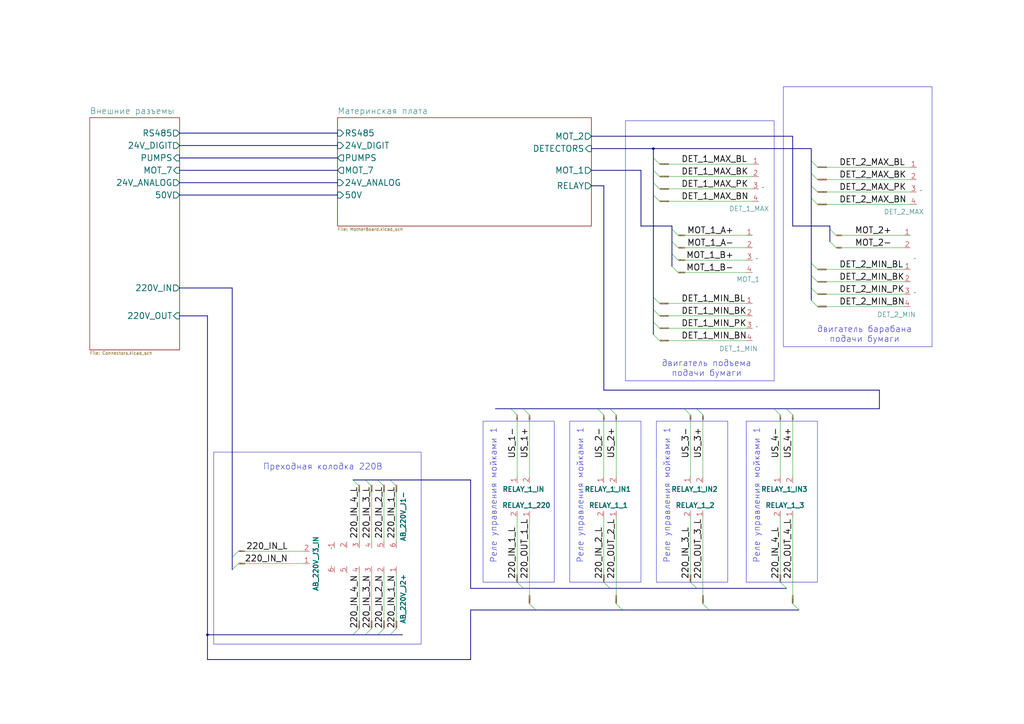
<source format=kicad_sch>
(kicad_sch (version 20231120) (generator "eeschema") (generator_version "8.0")
  (paper "A3")
  (lib_symbols
    (symbol "Connector:Conn_01x02_(wide)"
      (property "Reference" "J" (at 0 0 0))
      (symbol "Conn_01x02_(wide)_1_1"
        (pin input line (at -2.54 -5.08 0) (length 2.54) (name "") (number "1"))
        (pin input line (at -2.54 -10.16 0) (length 2.54) (name "") (number "2"))
      )
    )
    (symbol "Connector:Conn_01x04_(wide)"
      (property "Reference" "J" (at 0 0 0))
      (symbol "Conn_01x04_(wide)_1_1"
        (pin input line (at -2.54 -5.08 0) (length 2.54) (name "") (number "1"))
        (pin input line (at -2.54 -10.16 0) (length 2.54) (name "") (number "2"))
        (pin input line (at -2.54 -15.24 0) (length 2.54) (name "") (number "3"))
        (pin input line (at -2.54 -20.32 0) (length 2.54) (name "") (number "4"))
      )
    )
    (symbol "Connector:Conn_01x06_(wide)"
      (property "Reference" "J" (at 0 0 0))
      (symbol "Conn_01x06_(wide)_1_1"
        (pin input line (at -2.54 -5.08 0) (length 2.54) (name "") (number "1"))
        (pin input line (at -2.54 -10.16 0) (length 2.54) (name "") (number "2"))
        (pin input line (at -2.54 -15.24 0) (length 2.54) (name "") (number "3"))
        (pin input line (at -2.54 -20.32 0) (length 2.54) (name "") (number "4"))
        (pin input line (at -2.54 -25.4 0) (length 2.54) (name "") (number "5"))
        (pin input line (at -2.54 -30.48 0) (length 2.54) (name "") (number "6"))
      )
    )
  )
  (junction (at 267.97 60.96))
  (junction (at 85.09 260.35))
  (bus_entry (at 332.74 66.04) (size 2.54 2.54))
  (bus_entry (at 332.74 113.03) (size 2.54 2.54))
  (bus_entry (at 95.25 233.68) (size 2.54 -2.54))
  (bus_entry (at 267.97 127) (size 2.54 2.54))
  (bus_entry (at 214.63 167.64) (size 2.54 2.54))
  (bus_entry (at 267.97 64.77) (size 2.54 2.54))
  (bus_entry (at 209.55 167.64) (size 2.54 2.54))
  (bus_entry (at 95.25 228.6) (size 2.54 -2.54))
  (bus_entry (at 320.04 238.76) (size 2.54 2.54))
  (bus_entry (at 267.97 132.08) (size 2.54 2.54))
  (bus_entry (at 267.97 74.93) (size 2.54 2.54))
  (bus_entry (at 267.97 69.85) (size 2.54 2.54))
  (bus_entry (at 322.58 167.64) (size 2.54 2.54))
  (bus_entry (at 340.36 99.06) (size 2.54 2.54))
  (bus_entry (at 332.74 71.12) (size 2.54 2.54))
  (bus_entry (at 332.74 76.2) (size 2.54 2.54))
  (bus_entry (at 332.74 107.95) (size 2.54 2.54))
  (bus_entry (at 250.19 167.64) (size 2.54 2.54))
  (bus_entry (at 275.59 93.98) (size 2.54 2.54))
  (bus_entry (at 340.36 93.98) (size 2.54 2.54))
  (bus_entry (at 144.78 260.35) (size 2.54 -2.54))
  (bus_entry (at 160.02 260.35) (size 2.54 -2.54))
  (bus_entry (at 332.74 123.19) (size 2.54 2.54))
  (bus_entry (at 275.59 99.06) (size 2.54 2.54))
  (bus_entry (at 252.73 247.65) (size 2.54 2.54))
  (bus_entry (at 147.32 199.39) (size -2.54 -2.54))
  (bus_entry (at 157.48 199.39) (size -2.54 -2.54))
  (bus_entry (at 245.11 167.64) (size 2.54 2.54))
  (bus_entry (at 267.97 137.16) (size 2.54 2.54))
  (bus_entry (at 162.56 199.39) (size -2.54 -2.54))
  (bus_entry (at 267.97 121.92) (size 2.54 2.54))
  (bus_entry (at 288.29 247.65) (size 2.54 2.54))
  (bus_entry (at 332.74 118.11) (size 2.54 2.54))
  (bus_entry (at 325.12 247.65) (size 2.54 2.54))
  (bus_entry (at 217.17 247.65) (size 2.54 2.54))
  (bus_entry (at 275.59 109.22) (size 2.54 2.54))
  (bus_entry (at 247.65 238.76) (size 2.54 2.54))
  (bus_entry (at 332.74 81.28) (size 2.54 2.54))
  (bus_entry (at 285.75 167.64) (size 2.54 2.54))
  (bus_entry (at 154.94 260.35) (size 2.54 -2.54))
  (bus_entry (at 212.09 238.76) (size 2.54 2.54))
  (bus_entry (at 267.97 80.01) (size 2.54 2.54))
  (bus_entry (at 149.86 260.35) (size 2.54 -2.54))
  (bus_entry (at 152.4 199.39) (size -2.54 -2.54))
  (bus_entry (at 280.67 167.64) (size 2.54 2.54))
  (bus_entry (at 283.21 238.76) (size 2.54 2.54))
  (bus_entry (at 317.5 167.64) (size 2.54 2.54))
  (bus_entry (at 275.59 104.14) (size 2.54 2.54))
  (bus (pts (xy 325.12 55.88) (xy 325.12 92.71)))
  (bus (pts (xy 245.11 167.64) (xy 250.19 167.64)))
  (bus (pts (xy 73.66 64.77) (xy 138.43 64.77)))
  (bus (pts (xy 73.66 129.54) (xy 85.09 129.54)))
  (bus (pts (xy 95.25 118.11) (xy 73.66 118.11)))
  (bus (pts (xy 360.68 160.02) (xy 247.65 160.02)))
  (bus (pts (xy 332.74 118.11) (xy 332.74 123.19)))
  (bus (pts (xy 267.97 121.92) (xy 267.97 127)))
  (wire (pts (xy 270.51 82.55) (xy 308.61 82.55)))
  (wire (pts (xy 278.13 101.6) (xy 306.07 101.6)))
  (wire (pts (xy 335.28 73.66) (xy 373.38 73.66)))
  (wire (pts (xy 278.13 96.52) (xy 306.07 96.52)))
  (bus (pts (xy 332.74 81.28) (xy 332.74 107.95)))
  (wire (pts (xy 97.79 226.06) (xy 124.46 226.06)))
  (bus (pts (xy 267.97 80.01) (xy 267.97 121.92)))
  (bus (pts (xy 95.25 118.11) (xy 95.25 228.6)))
  (bus (pts (xy 332.74 76.2) (xy 332.74 81.28)))
  (wire (pts (xy 247.65 170.18) (xy 247.65 195.58)))
  (bus (pts (xy 340.36 92.71) (xy 340.36 93.98)))
  (bus (pts (xy 290.83 250.19) (xy 327.66 250.19)))
  (bus (pts (xy 203.2 167.64) (xy 209.55 167.64)))
  (bus (pts (xy 154.94 260.35) (xy 160.02 260.35)))
  (bus (pts (xy 262.89 92.71) (xy 275.59 92.71)))
  (bus (pts (xy 73.66 80.01) (xy 138.43 80.01)))
  (wire (pts (xy 283.21 212.09) (xy 283.21 238.76)))
  (bus (pts (xy 209.55 167.64) (xy 214.63 167.64)))
  (bus (pts (xy 325.12 92.71) (xy 340.36 92.71)))
  (wire (pts (xy 97.79 231.14) (xy 124.46 231.14)))
  (wire (pts (xy 335.28 115.57) (xy 370.84 115.57)))
  (wire (pts (xy 270.51 134.62) (xy 306.07 134.62)))
  (bus (pts (xy 267.97 74.93) (xy 267.97 69.85)))
  (bus (pts (xy 360.68 167.64) (xy 360.68 160.02)))
  (bus (pts (xy 267.97 74.93) (xy 267.97 80.01)))
  (bus (pts (xy 285.75 167.64) (xy 317.5 167.64)))
  (bus (pts (xy 275.59 92.71) (xy 275.59 93.98)))
  (bus (pts (xy 285.75 241.3) (xy 322.58 241.3)))
  (bus (pts (xy 193.04 270.51) (xy 193.04 250.19)))
  (wire (pts (xy 335.28 78.74) (xy 373.38 78.74)))
  (bus (pts (xy 154.94 196.85) (xy 160.02 196.85)))
  (wire (pts (xy 247.65 212.09) (xy 247.65 238.76)))
  (bus (pts (xy 267.97 132.08) (xy 267.97 137.16)))
  (wire (pts (xy 288.29 170.18) (xy 288.29 195.58)))
  (bus (pts (xy 149.86 260.35) (xy 154.94 260.35)))
  (wire (pts (xy 270.51 72.39) (xy 308.61 72.39)))
  (wire (pts (xy 157.48 257.81) (xy 157.48 234.95)))
  (bus (pts (xy 267.97 64.77) (xy 267.97 69.85)))
  (wire (pts (xy 162.56 257.81) (xy 162.56 234.95)))
  (bus (pts (xy 193.04 196.85) (xy 193.04 241.3)))
  (bus (pts (xy 144.78 260.35) (xy 149.86 260.35)))
  (wire (pts (xy 252.73 212.09) (xy 252.73 247.65)))
  (bus (pts (xy 214.63 167.64) (xy 245.11 167.64)))
  (bus (pts (xy 332.74 71.12) (xy 332.74 76.2)))
  (bus (pts (xy 85.09 260.35) (xy 85.09 129.54)))
  (wire (pts (xy 335.28 83.82) (xy 373.38 83.82)))
  (bus (pts (xy 250.19 241.3) (xy 285.75 241.3)))
  (wire (pts (xy 157.48 199.39) (xy 157.48 222.25)))
  (bus (pts (xy 160.02 260.35) (xy 165.1 260.35)))
  (bus (pts (xy 275.59 99.06) (xy 275.59 104.14)))
  (bus (pts (xy 247.65 160.02) (xy 247.65 76.2)))
  (bus (pts (xy 332.74 66.04) (xy 332.74 71.12)))
  (bus (pts (xy 85.09 270.51) (xy 193.04 270.51)))
  (bus (pts (xy 85.09 260.35) (xy 144.78 260.35)))
  (bus (pts (xy 73.66 59.69) (xy 138.43 59.69)))
  (wire (pts (xy 217.17 170.18) (xy 217.17 195.58)))
  (wire (pts (xy 270.51 129.54) (xy 306.07 129.54)))
  (wire (pts (xy 335.28 68.58) (xy 373.38 68.58)))
  (bus (pts (xy 160.02 196.85) (xy 193.04 196.85)))
  (bus (pts (xy 73.66 74.93) (xy 138.43 74.93)))
  (wire (pts (xy 270.51 67.31) (xy 308.61 67.31)))
  (wire (pts (xy 270.51 77.47) (xy 308.61 77.47)))
  (wire (pts (xy 335.28 125.73) (xy 370.84 125.73)))
  (bus (pts (xy 144.78 196.85) (xy 149.86 196.85)))
  (wire (pts (xy 212.09 170.18) (xy 212.09 195.58)))
  (wire (pts (xy 283.21 170.18) (xy 283.21 195.58)))
  (wire (pts (xy 278.13 111.76) (xy 306.07 111.76)))
  (bus (pts (xy 322.58 167.64) (xy 360.68 167.64)))
  (wire (pts (xy 270.51 139.7) (xy 306.07 139.7)))
  (wire (pts (xy 335.28 110.49) (xy 370.84 110.49)))
  (wire (pts (xy 320.04 212.09) (xy 320.04 238.76)))
  (bus (pts (xy 73.66 69.85) (xy 138.43 69.85)))
  (bus (pts (xy 242.57 55.88) (xy 325.12 55.88)))
  (bus (pts (xy 340.36 93.98) (xy 340.36 99.06)))
  (bus (pts (xy 332.74 107.95) (xy 332.74 113.03)))
  (bus (pts (xy 149.86 196.85) (xy 154.94 196.85)))
  (wire (pts (xy 288.29 212.09) (xy 288.29 247.65)))
  (wire (pts (xy 342.9 96.52) (xy 370.84 96.52)))
  (bus (pts (xy 255.27 250.19) (xy 290.83 250.19)))
  (bus (pts (xy 219.71 250.19) (xy 255.27 250.19)))
  (wire (pts (xy 147.32 257.81) (xy 147.32 234.95)))
  (wire (pts (xy 147.32 199.39) (xy 147.32 222.25)))
  (bus (pts (xy 193.04 241.3) (xy 214.63 241.3)))
  (wire (pts (xy 325.12 212.09) (xy 325.12 247.65)))
  (bus (pts (xy 242.57 69.85) (xy 262.89 69.85)))
  (bus (pts (xy 267.97 64.77) (xy 267.97 60.96)))
  (bus (pts (xy 73.66 54.61) (xy 138.43 54.61)))
  (bus (pts (xy 247.65 76.2) (xy 242.57 76.2)))
  (bus (pts (xy 242.57 60.96) (xy 267.97 60.96)))
  (wire (pts (xy 335.28 120.65) (xy 370.84 120.65)))
  (wire (pts (xy 152.4 257.81) (xy 152.4 234.95)))
  (bus (pts (xy 95.25 233.68) (xy 95.25 228.6)))
  (wire (pts (xy 278.13 106.68) (xy 306.07 106.68)))
  (wire (pts (xy 252.73 170.18) (xy 252.73 195.58)))
  (bus (pts (xy 332.74 60.96) (xy 332.74 66.04)))
  (bus (pts (xy 193.04 250.19) (xy 219.71 250.19)))
  (bus (pts (xy 250.19 167.64) (xy 280.67 167.64)))
  (bus (pts (xy 267.97 60.96) (xy 332.74 60.96)))
  (bus (pts (xy 267.97 127) (xy 267.97 132.08)))
  (bus (pts (xy 262.89 69.85) (xy 262.89 92.71)))
  (wire (pts (xy 342.9 101.6) (xy 370.84 101.6)))
  (bus (pts (xy 317.5 167.64) (xy 322.58 167.64)))
  (wire (pts (xy 212.09 212.09) (xy 212.09 238.76)))
  (wire (pts (xy 217.17 212.09) (xy 217.17 247.65)))
  (wire (pts (xy 162.56 199.39) (xy 162.56 222.25)))
  (wire (pts (xy 152.4 199.39) (xy 152.4 222.25)))
  (bus (pts (xy 332.74 113.03) (xy 332.74 118.11)))
  (wire (pts (xy 325.12 170.18) (xy 325.12 195.58)))
  (bus (pts (xy 280.67 167.64) (xy 285.75 167.64)))
  (bus (pts (xy 275.59 104.14) (xy 275.59 109.22)))
  (bus (pts (xy 275.59 93.98) (xy 275.59 99.06)))
  (wire (pts (xy 270.51 124.46) (xy 306.07 124.46)))
  (wire (pts (xy 320.04 170.18) (xy 320.04 195.58)))
  (bus (pts (xy 85.09 260.35) (xy 85.09 270.51)))
  (bus (pts (xy 214.63 241.3) (xy 250.19 241.3)))
  (rectangle (start 306.07 172.72) (end 335.28 238.76))
  (rectangle (start 198.12 172.72) (end 227.33 238.76))
  (rectangle (start 87.63 185.42) (end 172.72 264.16))
  (rectangle (start 269.24 172.72) (end 298.45 238.76))
  (rectangle (start 233.68 172.72) (end 262.89 238.76))
  (rectangle (start 321.31 35.56) (end 382.27 142.24))
  (rectangle (start 256.54 49.53) (end 317.5 156.21))
  (text "двигатель барабана\nподачи бумаги" (at 354.584 137.16 0) (effects (font (size 2.5 2.5))))
  (text "Реле управления мойками 1" (at 202.438 203.2 90) (effects (font (size 2.5 2.5))))
  (text "двигатель подъема\nподачи бумаги" (at 289.814 151.13 0) (effects (font (size 2.5 2.5))))
  (text "Реле управления мойками 1" (at 273.558 203.2 90) (effects (font (size 2.5 2.5))))
  (text "Преходная колодка 220В " (at 133.35 191.516 0) (effects (font (size 2.5 2.5))))
  (text "Реле управления мойками 1" (at 310.388 203.2 90) (effects (font (size 2.5 2.5))))
  (text "Реле управления мойками 1" (at 237.998 203.2 90) (effects (font (size 2.5 2.5))))
  (label "DET_1_MAX_PK" (at 279.4 77.47 0) (effects (font (size 2.5 2.5) (thickness 0.3125))))
  (label "DET_1_MIN_PK" (at 279.4 134.62 0) (effects (font (size 2.5 2.5) (thickness 0.3125))))
  (label "DET_1_MIN_BL" (at 279.4 124.46 0) (effects (font (size 2.5 2.5) (thickness 0.3125))))
  (label "DET_1_MIN_BN" (at 279.4 139.7 0) (effects (font (size 2.5 2.5) (thickness 0.3125))))
  (label "220_IN_3_L" (at 152.4 220.98 90) (effects (font (size 2.5 2.5) (thickness 0.3125))))
  (label "220_IN_1_L" (at 162.56 220.98 90) (effects (font (size 2.5 2.5) (thickness 0.3125))))
  (label "220_IN_1_L" (at 212.09 237.49 90) (effects (font (size 2.5 2.5) (thickness 0.3125))))
  (label "US_4-" (at 320.04 175.26 270) (effects (font (size 2.5 2.5) (thickness 0.3125))))
  (label "US_4+" (at 325.12 175.26 270) (effects (font (size 2.5 2.5) (thickness 0.3125))))
  (label "220_IN_2_L" (at 247.65 237.49 90) (effects (font (size 2.5 2.5) (thickness 0.3125))))
  (label "US_3-" (at 283.21 175.26 270) (effects (font (size 2.5 2.5) (thickness 0.3125))))
  (label "DET_1_MIN_BK" (at 279.4 129.54 0) (effects (font (size 2.5 2.5) (thickness 0.3125))))
  (label "US_3+" (at 288.29 175.26 270) (effects (font (size 2.5 2.5) (thickness 0.3125))))
  (label "220_IN_2_N" (at 157.48 257.81 90) (effects (font (size 2.5 2.5) (thickness 0.3125))))
  (label "220_OUT_4_L" (at 325.12 237.49 90) (effects (font (size 2.5 2.5) (thickness 0.3125))))
  (label "DET_2_MIN_BL" (at 344.17 110.49 0) (effects (font (size 2.5 2.5) (thickness 0.3125))))
  (label "DET_2_MAX_PK" (at 344.17 78.74 0) (effects (font (size 2.5 2.5) (thickness 0.3125))))
  (label "DET_2_MAX_BK" (at 344.17 73.66 0) (effects (font (size 2.5 2.5) (thickness 0.3125))))
  (label "220_IN_N" (at 118.11 231.14 180) (effects (font (size 2.5 2.5) (thickness 0.3125))))
  (label "MOT_2-" (at 365.76 101.6 180) (effects (font (size 2.5 2.5) (thickness 0.3125))))
  (label "MOT_1_A+" (at 300.99 96.52 180) (effects (font (size 2.5 2.5) (thickness 0.3125))))
  (label "DET_2_MIN_BK" (at 344.17 115.57 0) (effects (font (size 2.5 2.5) (thickness 0.3125))))
  (label "220_IN_2_L" (at 157.48 220.98 90) (effects (font (size 2.5 2.5) (thickness 0.3125))))
  (label "DET_1_MAX_BK" (at 279.4 72.39 0) (effects (font (size 2.5 2.5) (thickness 0.3125))))
  (label "MOT_1_A-" (at 300.99 101.6 180) (effects (font (size 2.5 2.5) (thickness 0.3125))))
  (label "220_IN_1_N" (at 162.56 257.81 90) (effects (font (size 2.5 2.5) (thickness 0.3125))))
  (label "DET_1_MAX_BN" (at 279.4 82.55 0) (effects (font (size 2.5 2.5) (thickness 0.3125))))
  (label "DET_2_MAX_BN" (at 344.17 83.82 0) (effects (font (size 2.5 2.5) (thickness 0.3125))))
  (label "DET_2_MIN_PK" (at 344.17 120.65 0) (effects (font (size 2.5 2.5) (thickness 0.3125))))
  (label "US_1+" (at 217.17 175.26 270) (effects (font (size 2.5 2.5) (thickness 0.3125))))
  (label "220_IN_4_L" (at 320.04 237.49 90) (effects (font (size 2.5 2.5) (thickness 0.3125))))
  (label "US_2-" (at 247.65 175.26 270) (effects (font (size 2.5 2.5) (thickness 0.3125))))
  (label "DET_1_MAX_BL" (at 279.4 67.31 0) (effects (font (size 2.5 2.5) (thickness 0.3125))))
  (label "DET_2_MAX_BL" (at 344.17 68.58 0) (effects (font (size 2.5 2.5) (thickness 0.3125))))
  (label "220_IN_4_L" (at 147.32 220.98 90) (effects (font (size 2.5 2.5) (thickness 0.3125))))
  (label "220_IN_3_N" (at 152.4 257.81 90) (effects (font (size 2.5 2.5) (thickness 0.3125))))
  (label "MOT_1_B-" (at 300.99 111.76 180) (effects (font (size 2.5 2.5) (thickness 0.3125))))
  (label "220_OUT_2_L" (at 252.73 237.49 90) (effects (font (size 2.5 2.5) (thickness 0.3125))))
  (label "MOT_1_B+" (at 300.99 106.68 180) (effects (font (size 2.5 2.5) (thickness 0.3125))))
  (label "220_OUT_3_L" (at 288.29 237.49 90) (effects (font (size 2.5 2.5) (thickness 0.3125))))
  (label "220_IN_4_N" (at 147.32 257.81 90) (effects (font (size 2.5 2.5) (thickness 0.3125))))
  (label "DET_2_MIN_BN" (at 344.17 125.73 0) (effects (font (size 2.5 2.5) (thickness 0.3125))))
  (label "220_IN_L" (at 118.11 226.06 180) (effects (font (size 2.5 2.5) (thickness 0.3125))))
  (label "220_OUT_1_L" (at 217.17 237.49 90) (effects (font (size 2.5 2.5) (thickness 0.3125))))
  (label "MOT_2+" (at 365.76 96.52 180) (effects (font (size 2.5 2.5) (thickness 0.3125))))
  (label "US_2+" (at 252.73 175.26 270) (effects (font (size 2.5 2.5) (thickness 0.3125))))
  (label "220_IN_3_L" (at 283.21 237.49 90) (effects (font (size 2.5 2.5) (thickness 0.3125))))
  (label "US_1-" (at 212.09 175.26 270) (effects (font (size 2.5 2.5) (thickness 0.3125))))
  (global_label "MOT_1_A-" (shape input) (at 278.13 101.6 0) (effects (font (size 0.3 0.3))) (property "Intersheetrefs" "${INTERSHEET_REFS}" (effects (hide yes))))
  (global_label "DET_2_MIN_BL" (shape input) (at 335.28 110.49 0) (effects (font (size 0.3 0.3))) (property "Intersheetrefs" "${INTERSHEET_REFS}" (effects (hide yes))))
  (global_label "DET_2_MIN_BN" (shape input) (at 335.28 125.73 0) (effects (font (size 0.3 0.3))) (property "Intersheetrefs" "${INTERSHEET_REFS}" (effects (hide yes))))
  (global_label "US_3-" (shape input) (at 283.21 170.18 270) (effects (font (size 0.3 0.3))) (property "Intersheetrefs" "${INTERSHEET_REFS}" (effects (hide yes))))
  (global_label "US_4-" (shape input) (at 320.04 170.18 270) (effects (font (size 0.3 0.3))) (property "Intersheetrefs" "${INTERSHEET_REFS}" (effects (hide yes))))
  (global_label "DET_1_MAX_BN" (shape input) (at 270.51 82.55 0) (effects (font (size 0.3 0.3))) (property "Intersheetrefs" "${INTERSHEET_REFS}" (effects (hide yes))))
  (global_label "DET_2_MAX_BK" (shape input) (at 335.28 73.66 0) (effects (font (size 0.3 0.3))) (property "Intersheetrefs" "${INTERSHEET_REFS}" (effects (hide yes))))
  (global_label "DET_2_MIN_PK" (shape input) (at 335.28 120.65 0) (effects (font (size 0.3 0.3))) (property "Intersheetrefs" "${INTERSHEET_REFS}" (effects (hide yes))))
  (global_label "220_OUT_1_L" (shape input) (at 217.17 247.65 90) (effects (font (size 0.3 0.3))) (property "Intersheetrefs" "${INTERSHEET_REFS}" (effects (hide yes))))
  (global_label "DET_2_MAX_BL" (shape input) (at 335.28 68.58 0) (effects (font (size 0.3 0.3))) (property "Intersheetrefs" "${INTERSHEET_REFS}" (effects (hide yes))))
  (global_label "DET_1_MIN_BL" (shape input) (at 270.51 124.46 0) (effects (font (size 0.3 0.3))) (property "Intersheetrefs" "${INTERSHEET_REFS}" (effects (hide yes))))
  (global_label "220_OUT_4_L" (shape input) (at 325.12 247.65 90) (effects (font (size 0.3 0.3))) (property "Intersheetrefs" "${INTERSHEET_REFS}" (effects (hide yes))))
  (global_label "220_OUT_2_L" (shape input) (at 252.73 247.65 90) (effects (font (size 0.3 0.3))) (property "Intersheetrefs" "${INTERSHEET_REFS}" (effects (hide yes))))
  (global_label "220_IN_L" (shape input) (at 97.79 226.06 0) (effects (font (size 0.3 0.3))) (property "Intersheetrefs" "${INTERSHEET_REFS}" (effects (hide yes))))
  (global_label "DET_1_MAX_PK" (shape input) (at 270.51 77.47 0) (effects (font (size 0.3 0.3))) (property "Intersheetrefs" "${INTERSHEET_REFS}" (effects (hide yes))))
  (global_label "DET_2_MAX_BN" (shape input) (at 335.28 83.82 0) (effects (font (size 0.3 0.3))) (property "Intersheetrefs" "${INTERSHEET_REFS}" (effects (hide yes))))
  (global_label "220_IN_2_L" (shape input) (at 157.48 201.93 90) (effects (font (size 0.3 0.3))) (property "Intersheetrefs" "${INTERSHEET_REFS}" (effects (hide yes))))
  (global_label "US_3+" (shape input) (at 288.29 170.18 270) (effects (font (size 0.3 0.3))) (property "Intersheetrefs" "${INTERSHEET_REFS}" (effects (hide yes))))
  (global_label "MOT_1_A+" (shape input) (at 278.13 96.52 0) (effects (font (size 0.3 0.3))) (property "Intersheetrefs" "${INTERSHEET_REFS}" (effects (hide yes))))
  (global_label "DET_1_MIN_BK" (shape input) (at 270.51 129.54 0) (effects (font (size 0.3 0.3))) (property "Intersheetrefs" "${INTERSHEET_REFS}" (effects (hide yes))))
  (global_label "220_IN_1_L" (shape input) (at 162.56 201.93 90) (effects (font (size 0.3 0.3))) (property "Intersheetrefs" "${INTERSHEET_REFS}" (effects (hide yes))))
  (global_label "DET_1_MAX_BL" (shape input) (at 270.51 67.31 0) (effects (font (size 0.3 0.3))) (property "Intersheetrefs" "${INTERSHEET_REFS}" (effects (hide yes))))
  (global_label "MOT_2+" (shape input) (at 342.9 96.52 0) (effects (font (size 0.3 0.3))) (property "Intersheetrefs" "${INTERSHEET_REFS}" (effects (hide yes))))
  (global_label "220_IN_1_N" (shape input) (at 162.56 257.81 90) (effects (font (size 0.3 0.3))) (property "Intersheetrefs" "${INTERSHEET_REFS}" (effects (hide yes))))
  (global_label "MOT_2-" (shape input) (at 342.9 101.6 0) (effects (font (size 0.3 0.3))) (property "Intersheetrefs" "${INTERSHEET_REFS}" (effects (hide yes))))
  (global_label "US_4+" (shape input) (at 325.12 170.18 270) (effects (font (size 0.3 0.3))) (property "Intersheetrefs" "${INTERSHEET_REFS}" (effects (hide yes))))
  (global_label "DET_2_MIN_BK" (shape input) (at 335.28 115.57 0) (effects (font (size 0.3 0.3))) (property "Intersheetrefs" "${INTERSHEET_REFS}" (effects (hide yes))))
  (global_label "220_IN_4_L" (shape input) (at 320.04 238.76 90) (effects (font (size 0.3 0.3))) (property "Intersheetrefs" "${INTERSHEET_REFS}" (effects (hide yes))))
  (global_label "DET_1_MIN_BN" (shape input) (at 270.51 139.7 0) (effects (font (size 0.3 0.3))) (property "Intersheetrefs" "${INTERSHEET_REFS}" (effects (hide yes))))
  (global_label "220_IN_3_L" (shape input) (at 152.4 201.93 90) (effects (font (size 0.3 0.3))) (property "Intersheetrefs" "${INTERSHEET_REFS}" (effects (hide yes))))
  (global_label "DET_1_MIN_PK" (shape input) (at 270.51 134.62 0) (effects (font (size 0.3 0.3))) (property "Intersheetrefs" "${INTERSHEET_REFS}" (effects (hide yes))))
  (global_label "DET_2_MAX_PK" (shape input) (at 335.28 78.74 0) (effects (font (size 0.3 0.3))) (property "Intersheetrefs" "${INTERSHEET_REFS}" (effects (hide yes))))
  (global_label "US_1-" (shape input) (at 212.09 170.18 270) (effects (font (size 0.3 0.3))) (property "Intersheetrefs" "${INTERSHEET_REFS}" (effects (hide yes))))
  (global_label "220_OUT_3_L" (shape input) (at 288.29 247.65 90) (effects (font (size 0.3 0.3))) (property "Intersheetrefs" "${INTERSHEET_REFS}" (effects (hide yes))))
  (global_label "MOT_1_B-" (shape input) (at 278.13 111.76 0) (effects (font (size 0.3 0.3))) (property "Intersheetrefs" "${INTERSHEET_REFS}" (effects (hide yes))))
  (global_label "DET_1_MAX_BK" (shape input) (at 270.51 72.39 0) (effects (font (size 0.3 0.3))) (property "Intersheetrefs" "${INTERSHEET_REFS}" (effects (hide yes))))
  (global_label "220_IN_2_N" (shape input) (at 157.48 257.81 90) (effects (font (size 0.3 0.3))) (property "Intersheetrefs" "${INTERSHEET_REFS}" (effects (hide yes))))
  (global_label "MOT_1_B+" (shape input) (at 278.13 106.68 0) (effects (font (size 0.3 0.3))) (property "Intersheetrefs" "${INTERSHEET_REFS}" (effects (hide yes))))
  (global_label "220_IN_N" (shape input) (at 97.79 231.14 0) (effects (font (size 0.3 0.3))) (property "Intersheetrefs" "${INTERSHEET_REFS}" (effects (hide yes))))
  (global_label "220_IN_4_N" (shape input) (at 147.32 257.81 90) (effects (font (size 0.3 0.3))) (property "Intersheetrefs" "${INTERSHEET_REFS}" (effects (hide yes))))
  (global_label "US_1+" (shape input) (at 217.17 170.18 270) (effects (font (size 0.3 0.3))) (property "Intersheetrefs" "${INTERSHEET_REFS}" (effects (hide yes))))
  (global_label "220_IN_2_L" (shape input) (at 247.65 238.76 90) (effects (font (size 0.3 0.3))) (property "Intersheetrefs" "${INTERSHEET_REFS}" (effects (hide yes))))
  (global_label "US_2+" (shape input) (at 252.73 170.18 270) (effects (font (size 0.3 0.3))) (property "Intersheetrefs" "${INTERSHEET_REFS}" (effects (hide yes))))
  (global_label "220_IN_3_L" (shape input) (at 283.21 238.76 90) (effects (font (size 0.3 0.3))) (property "Intersheetrefs" "${INTERSHEET_REFS}" (effects (hide yes))))
  (global_label "220_IN_1_L" (shape input) (at 212.09 238.76 90) (effects (font (size 0.3 0.3))) (property "Intersheetrefs" "${INTERSHEET_REFS}" (effects (hide yes))))
  (global_label "220_IN_3_N" (shape input) (at 152.4 257.81 90) (effects (font (size 0.3 0.3))) (property "Intersheetrefs" "${INTERSHEET_REFS}" (effects (hide yes))))
  (global_label "US_2-" (shape input) (at 247.65 170.18 270) (effects (font (size 0.3 0.3))) (property "Intersheetrefs" "${INTERSHEET_REFS}" (effects (hide yes))))
  (global_label "220_IN_4_L" (shape input) (at 147.32 201.93 90) (effects (font (size 0.3 0.3))) (property "Intersheetrefs" "${INTERSHEET_REFS}" (effects (hide yes))))
  (symbol (lib_id "Connector:Conn_01x02_(wide)") (at 278.13 198.12 90) (mirror x) (unit 1)
    (property "Reference" "RELAY_1_IN2" (at 294.64 200.66 90) (effects (font (size 2 2) (thickness 0.4) (bold yes)) (justify left)))
    (property "Value" "~" (at 287.655 199.39 0) (effects (justify left)))
  )
  (symbol (lib_id "Connector:Conn_01x02_(wide)") (at 207.01 198.12 90) (mirror x) (unit 1)
    (property "Reference" "RELAY_1_IN" (at 223.52 200.66 90) (effects (font (size 2 2) (thickness 0.4) (bold yes)) (justify left)))
    (property "Value" "~" (at 216.535 199.39 0) (effects (justify left)))
  )
  (symbol (lib_id "Connector:Conn_01x06_(wide)") (at 167.64 232.41 270) (mirror x) (unit 1)
    (property "Reference" "AB_220V_J2+" (at 165.354 245.618 0) (effects (font (size 2 2) (thickness 0.4) (bold yes))))
    (property "Value" "~" (at 135.89 232.41 0))
  )
  (symbol (lib_id "Connector:Conn_01x02_(wide)") (at 373.38 91.44 0) (unit 1)
    (property "Reference" "MOT_2" (effects (hide yes)))
    (property "Value" "~" (at 374.65 106.045 0) (effects (justify left)))
  )
  (symbol (lib_id "Connector:Conn_01x02_(wide)") (at 242.57 198.12 90) (mirror x) (unit 1)
    (property "Reference" "RELAY_1_IN1" (at 259.08 200.66 90) (effects (font (size 2 2) (thickness 0.4) (bold yes)) (justify left)))
    (property "Value" "~" (at 252.095 199.39 0) (effects (justify left)))
  )
  (symbol (lib_id "Connector:Conn_01x06_(wide)") (at 132.08 224.79 90) (mirror x) (unit 1)
    (property "Reference" "AB_220V_J1-" (at 165.354 211.836 0) (effects (font (size 2 2) (thickness 0.4) (bold yes))))
    (property "Value" "~" (at 135.89 224.79 0))
  )
  (symbol (lib_id "Connector:Conn_01x02_(wide)") (at 314.96 198.12 90) (mirror x) (unit 1)
    (property "Reference" "RELAY_1_IN3" (at 331.47 200.66 90) (effects (font (size 2 2) (thickness 0.4) (bold yes)) (justify left)))
    (property "Value" "~" (at 324.485 199.39 0) (effects (justify left)))
  )
  (symbol (lib_id "Connector:Conn_01x02_(wide)") (at 222.25 209.55 270) (mirror x) (unit 1)
    (property "Reference" "RELAY_1_220" (at 205.74 207.264 90) (effects (font (size 2 2) (thickness 0.4) (bold yes)) (justify left)))
    (property "Value" "~" (at 212.725 208.28 0) (effects (justify left)))
  )
  (symbol (lib_id "Connector:Conn_01x04_(wide)") (at 373.38 105.41 0) (unit 1)
    (property "Reference" "DET_2_MIN" (at 359.664 129.032 0) (effects (font (size 2 2)) (justify left)))
    (property "Value" "~" (at 374.65 120.015 0) (effects (justify left)))
  )
  (symbol (lib_id "Connector:Conn_01x02_(wide)") (at 293.37 209.55 270) (mirror x) (unit 1)
    (property "Reference" "RELAY_1_2" (at 276.86 207.264 90) (effects (font (size 2 2) (thickness 0.4) (bold yes)) (justify left)))
    (property "Value" "~" (at 283.845 208.28 0) (effects (justify left)))
  )
  (symbol (lib_id "Connector:Conn_01x02_(wide)") (at 257.81 209.55 270) (mirror x) (unit 1)
    (property "Reference" "RELAY_1_1" (at 241.3 207.264 90) (effects (font (size 2 2) (thickness 0.4) (bold yes)) (justify left)))
    (property "Value" "~" (at 248.285 208.28 0) (effects (justify left)))
  )
  (symbol (lib_id "Connector:Conn_01x04_(wide)") (at 311.15 62.23 0) (unit 1)
    (property "Reference" "DET_1_MAX" (at 298.958 85.598 0) (effects (font (size 2 2)) (justify left)))
    (property "Value" "~" (at 312.42 76.835 0) (effects (justify left)))
  )
  (symbol (lib_id "Connector:Conn_01x04_(wide)") (at 308.61 119.38 0) (unit 1)
    (property "Reference" "DET_1_MIN" (at 294.894 143.002 0) (effects (font (size 2 2)) (justify left)))
    (property "Value" "~" (at 309.88 133.985 0) (effects (justify left)))
  )
  (symbol (lib_id "Connector:Conn_01x04_(wide)") (at 375.92 63.5 0) (unit 1)
    (property "Reference" "DET_2_MAX" (at 362.458 86.868 0) (effects (font (size 2 2)) (justify left)))
    (property "Value" "~" (at 377.19 78.105 0) (effects (justify left)))
  )
  (symbol (lib_id "Connector:Conn_01x02_(wide)") (at 127 236.22 0) (mirror x) (unit 1)
    (property "Reference" "AB_220V_J3_IN" (at 129.54 219.71 90) (effects (font (size 2 2) (thickness 0.4) (bold yes)) (justify left)))
    (property "Value" "~" (at 128.27 226.695 0) (effects (justify left)))
  )
  (symbol (lib_id "Connector:Conn_01x04_(wide)") (at 308.61 91.44 0) (unit 1)
    (property "Reference" "MOT_1" (at 302.006 114.554 0) (effects (font (size 2 2)) (justify left)))
    (property "Value" "~" (at 309.88 106.045 0) (effects (justify left)))
  )
  (symbol (lib_id "Connector:Conn_01x02_(wide)") (at 330.2 209.55 270) (mirror x) (unit 1)
    (property "Reference" "RELAY_1_3" (at 313.69 207.264 90) (effects (font (size 2 2) (thickness 0.4) (bold yes)) (justify left)))
    (property "Value" "~" (at 320.675 208.28 0) (effects (justify left)))
  )
  (sheet (at -40.64 43.18) (size 22.86 17.78) (stroke (width 0.1524))
    (property "Sheetname" "ConnectionTable1" (at -40.64 42.4684 0) (effects (justify left bottom)))
    (property "Sheetfile" "ConnectionTable1.kicad_sch" (at -40.64 61.5446 0) (effects (justify left top)))
  )
  (sheet (at 36.83 48.26) (size 36.83 95.25) (stroke (width 0.1524))
    (property "Sheetname" "Внешние разъемы" (at 36.83 46.9334 0) (effects (font (size 2.5 2.5)) (justify left bottom)))
    (property "Sheetfile" "Connectors.kicad_sch" (at 36.83 144.0946 0) (effects (justify left top)))
    (pin "24V_ANALOG" output (at 73.66 74.93 0) (effects (font (size 2.5 2.5) (thickness 0.3125))))
    (pin "RS485" output (at 73.66 54.61 0) (effects (font (size 2.5 2.5) (thickness 0.3125))))
    (pin "50V" output (at 73.66 80.01 0) (effects (font (size 2.5 2.5) (thickness 0.3125))))
    (pin "MOT_7" input (at 73.66 69.85 0) (effects (font (size 2.5 2.5) (thickness 0.3125))))
    (pin "PUMPS" input (at 73.66 64.77 0) (effects (font (size 2.5 2.5) (thickness 0.3125))))
    (pin "24V_DIGIT" output (at 73.66 59.69 0) (effects (font (size 2.5 2.5) (thickness 0.3125))))
    (pin "220V_IN" output (at 73.66 118.11 0) (effects (font (size 2.5 2.5) (thickness 0.3125))))
    (pin "220V_OUT" input (at 73.66 129.54 0) (effects (font (size 2.5 2.5) (thickness 0.3125))))
  )
  (sheet (at -40.64 74.93) (size 22.86 20.32) (stroke (width 0.1524))
    (property "Sheetname" "ConnectionTable2" (at -40.64 74.2184 0) (effects (justify left bottom)))
    (property "Sheetfile" "ConnectionTable2.kicad_sch" (at -40.64 95.8346 0) (effects (justify left top)))
  )
  (sheet (at -39.37 104.14) (size 24.13 20.32) (stroke (width 0.1524))
    (property "Sheetname" "ConnectionTable3" (at -39.37 103.4284 0) (effects (justify left bottom)))
    (property "Sheetfile" "ConnectionTable3.kicad_sch" (at -39.37 125.0446 0) (effects (justify left top)))
  )
  (sheet (at 138.43 48.26) (size 104.14 44.45) (stroke (width 0.1524))
    (property "Sheetname" "Материнская плата" (at 138.43 46.9334 0) (effects (font (size 2.5 2.5)) (justify left bottom)))
    (property "Sheetfile" "MotherBoard.kicad_sch" (at 138.43 93.2946 0) (effects (justify left top)))
    (pin "50V" input (at 138.43 80.01 180) (effects (font (size 2.5 2.5) (thickness 0.3125))))
    (pin "24V_ANALOG" input (at 138.43 74.93 180) (effects (font (size 2.5 2.5) (thickness 0.3125))))
    (pin "MOT_7" output (at 138.43 69.85 180) (effects (font (size 2.5 2.5) (thickness 0.3125))))
    (pin "PUMPS" output (at 138.43 64.77 180) (effects (font (size 2.5 2.5) (thickness 0.3125))))
    (pin "24V_DIGIT" input (at 138.43 59.69 180) (effects (font (size 2.5 2.5) (thickness 0.3125))))
    (pin "RS485" input (at 138.43 54.61 180) (effects (font (size 2.5 2.5) (thickness 0.3125))))
    (pin "DETECTORS" input (at 242.57 60.96 0) (effects (font (size 2.5 2.5) (thickness 0.3125))))
    (pin "MOT_1" output (at 242.57 69.85 0) (effects (font (size 2.5 2.5) (thickness 0.3125))))
    (pin "RELAY" output (at 242.57 76.2 0) (effects (font (size 2.5 2.5) (thickness 0.3125))))
    (pin "MOT_2" output (at 242.57 55.88 0) (effects (font (size 2.5 2.5) (thickness 0.3125))))
  )
)
</source>
